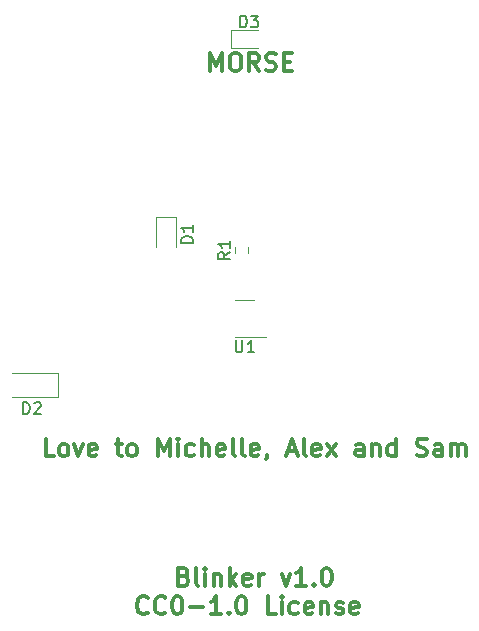
<source format=gbr>
%TF.GenerationSoftware,KiCad,Pcbnew,(6.0.1)*%
%TF.CreationDate,2022-01-27T12:03:53+10:00*%
%TF.ProjectId,blinker,626c696e-6b65-4722-9e6b-696361645f70,rev?*%
%TF.SameCoordinates,Original*%
%TF.FileFunction,Legend,Top*%
%TF.FilePolarity,Positive*%
%FSLAX46Y46*%
G04 Gerber Fmt 4.6, Leading zero omitted, Abs format (unit mm)*
G04 Created by KiCad (PCBNEW (6.0.1)) date 2022-01-27 12:03:53*
%MOMM*%
%LPD*%
G01*
G04 APERTURE LIST*
%ADD10C,0.300000*%
%ADD11C,0.150000*%
%ADD12C,0.120000*%
G04 APERTURE END LIST*
D10*
X159605714Y-121705357D02*
X159820000Y-121776785D01*
X159891428Y-121848214D01*
X159962857Y-121991071D01*
X159962857Y-122205357D01*
X159891428Y-122348214D01*
X159820000Y-122419642D01*
X159677142Y-122491071D01*
X159105714Y-122491071D01*
X159105714Y-120991071D01*
X159605714Y-120991071D01*
X159748571Y-121062500D01*
X159820000Y-121133928D01*
X159891428Y-121276785D01*
X159891428Y-121419642D01*
X159820000Y-121562500D01*
X159748571Y-121633928D01*
X159605714Y-121705357D01*
X159105714Y-121705357D01*
X160820000Y-122491071D02*
X160677142Y-122419642D01*
X160605714Y-122276785D01*
X160605714Y-120991071D01*
X161391428Y-122491071D02*
X161391428Y-121491071D01*
X161391428Y-120991071D02*
X161320000Y-121062500D01*
X161391428Y-121133928D01*
X161462857Y-121062500D01*
X161391428Y-120991071D01*
X161391428Y-121133928D01*
X162105714Y-121491071D02*
X162105714Y-122491071D01*
X162105714Y-121633928D02*
X162177142Y-121562500D01*
X162320000Y-121491071D01*
X162534285Y-121491071D01*
X162677142Y-121562500D01*
X162748571Y-121705357D01*
X162748571Y-122491071D01*
X163462857Y-122491071D02*
X163462857Y-120991071D01*
X163605714Y-121919642D02*
X164034285Y-122491071D01*
X164034285Y-121491071D02*
X163462857Y-122062500D01*
X165248571Y-122419642D02*
X165105714Y-122491071D01*
X164820000Y-122491071D01*
X164677142Y-122419642D01*
X164605714Y-122276785D01*
X164605714Y-121705357D01*
X164677142Y-121562500D01*
X164820000Y-121491071D01*
X165105714Y-121491071D01*
X165248571Y-121562500D01*
X165320000Y-121705357D01*
X165320000Y-121848214D01*
X164605714Y-121991071D01*
X165962857Y-122491071D02*
X165962857Y-121491071D01*
X165962857Y-121776785D02*
X166034285Y-121633928D01*
X166105714Y-121562500D01*
X166248571Y-121491071D01*
X166391428Y-121491071D01*
X167891428Y-121491071D02*
X168248571Y-122491071D01*
X168605714Y-121491071D01*
X169962857Y-122491071D02*
X169105714Y-122491071D01*
X169534285Y-122491071D02*
X169534285Y-120991071D01*
X169391428Y-121205357D01*
X169248571Y-121348214D01*
X169105714Y-121419642D01*
X170605714Y-122348214D02*
X170677142Y-122419642D01*
X170605714Y-122491071D01*
X170534285Y-122419642D01*
X170605714Y-122348214D01*
X170605714Y-122491071D01*
X171605714Y-120991071D02*
X171748571Y-120991071D01*
X171891428Y-121062500D01*
X171962857Y-121133928D01*
X172034285Y-121276785D01*
X172105714Y-121562500D01*
X172105714Y-121919642D01*
X172034285Y-122205357D01*
X171962857Y-122348214D01*
X171891428Y-122419642D01*
X171748571Y-122491071D01*
X171605714Y-122491071D01*
X171462857Y-122419642D01*
X171391428Y-122348214D01*
X171320000Y-122205357D01*
X171248571Y-121919642D01*
X171248571Y-121562500D01*
X171320000Y-121276785D01*
X171391428Y-121133928D01*
X171462857Y-121062500D01*
X171605714Y-120991071D01*
X156534285Y-124763214D02*
X156462857Y-124834642D01*
X156248571Y-124906071D01*
X156105714Y-124906071D01*
X155891428Y-124834642D01*
X155748571Y-124691785D01*
X155677142Y-124548928D01*
X155605714Y-124263214D01*
X155605714Y-124048928D01*
X155677142Y-123763214D01*
X155748571Y-123620357D01*
X155891428Y-123477500D01*
X156105714Y-123406071D01*
X156248571Y-123406071D01*
X156462857Y-123477500D01*
X156534285Y-123548928D01*
X158034285Y-124763214D02*
X157962857Y-124834642D01*
X157748571Y-124906071D01*
X157605714Y-124906071D01*
X157391428Y-124834642D01*
X157248571Y-124691785D01*
X157177142Y-124548928D01*
X157105714Y-124263214D01*
X157105714Y-124048928D01*
X157177142Y-123763214D01*
X157248571Y-123620357D01*
X157391428Y-123477500D01*
X157605714Y-123406071D01*
X157748571Y-123406071D01*
X157962857Y-123477500D01*
X158034285Y-123548928D01*
X158962857Y-123406071D02*
X159105714Y-123406071D01*
X159248571Y-123477500D01*
X159320000Y-123548928D01*
X159391428Y-123691785D01*
X159462857Y-123977500D01*
X159462857Y-124334642D01*
X159391428Y-124620357D01*
X159320000Y-124763214D01*
X159248571Y-124834642D01*
X159105714Y-124906071D01*
X158962857Y-124906071D01*
X158820000Y-124834642D01*
X158748571Y-124763214D01*
X158677142Y-124620357D01*
X158605714Y-124334642D01*
X158605714Y-123977500D01*
X158677142Y-123691785D01*
X158748571Y-123548928D01*
X158820000Y-123477500D01*
X158962857Y-123406071D01*
X160105714Y-124334642D02*
X161248571Y-124334642D01*
X162748571Y-124906071D02*
X161891428Y-124906071D01*
X162320000Y-124906071D02*
X162320000Y-123406071D01*
X162177142Y-123620357D01*
X162034285Y-123763214D01*
X161891428Y-123834642D01*
X163391428Y-124763214D02*
X163462857Y-124834642D01*
X163391428Y-124906071D01*
X163320000Y-124834642D01*
X163391428Y-124763214D01*
X163391428Y-124906071D01*
X164391428Y-123406071D02*
X164534285Y-123406071D01*
X164677142Y-123477500D01*
X164748571Y-123548928D01*
X164820000Y-123691785D01*
X164891428Y-123977500D01*
X164891428Y-124334642D01*
X164820000Y-124620357D01*
X164748571Y-124763214D01*
X164677142Y-124834642D01*
X164534285Y-124906071D01*
X164391428Y-124906071D01*
X164248571Y-124834642D01*
X164177142Y-124763214D01*
X164105714Y-124620357D01*
X164034285Y-124334642D01*
X164034285Y-123977500D01*
X164105714Y-123691785D01*
X164177142Y-123548928D01*
X164248571Y-123477500D01*
X164391428Y-123406071D01*
X167391428Y-124906071D02*
X166677142Y-124906071D01*
X166677142Y-123406071D01*
X167891428Y-124906071D02*
X167891428Y-123906071D01*
X167891428Y-123406071D02*
X167820000Y-123477500D01*
X167891428Y-123548928D01*
X167962857Y-123477500D01*
X167891428Y-123406071D01*
X167891428Y-123548928D01*
X169248571Y-124834642D02*
X169105714Y-124906071D01*
X168820000Y-124906071D01*
X168677142Y-124834642D01*
X168605714Y-124763214D01*
X168534285Y-124620357D01*
X168534285Y-124191785D01*
X168605714Y-124048928D01*
X168677142Y-123977500D01*
X168820000Y-123906071D01*
X169105714Y-123906071D01*
X169248571Y-123977500D01*
X170462857Y-124834642D02*
X170320000Y-124906071D01*
X170034285Y-124906071D01*
X169891428Y-124834642D01*
X169820000Y-124691785D01*
X169820000Y-124120357D01*
X169891428Y-123977500D01*
X170034285Y-123906071D01*
X170320000Y-123906071D01*
X170462857Y-123977500D01*
X170534285Y-124120357D01*
X170534285Y-124263214D01*
X169820000Y-124406071D01*
X171177142Y-123906071D02*
X171177142Y-124906071D01*
X171177142Y-124048928D02*
X171248571Y-123977500D01*
X171391428Y-123906071D01*
X171605714Y-123906071D01*
X171748571Y-123977500D01*
X171820000Y-124120357D01*
X171820000Y-124906071D01*
X172462857Y-124834642D02*
X172605714Y-124906071D01*
X172891428Y-124906071D01*
X173034285Y-124834642D01*
X173105714Y-124691785D01*
X173105714Y-124620357D01*
X173034285Y-124477500D01*
X172891428Y-124406071D01*
X172677142Y-124406071D01*
X172534285Y-124334642D01*
X172462857Y-124191785D01*
X172462857Y-124120357D01*
X172534285Y-123977500D01*
X172677142Y-123906071D01*
X172891428Y-123906071D01*
X173034285Y-123977500D01*
X174320000Y-124834642D02*
X174177142Y-124906071D01*
X173891428Y-124906071D01*
X173748571Y-124834642D01*
X173677142Y-124691785D01*
X173677142Y-124120357D01*
X173748571Y-123977500D01*
X173891428Y-123906071D01*
X174177142Y-123906071D01*
X174320000Y-123977500D01*
X174391428Y-124120357D01*
X174391428Y-124263214D01*
X173677142Y-124406071D01*
X148598571Y-111538571D02*
X147884285Y-111538571D01*
X147884285Y-110038571D01*
X149312857Y-111538571D02*
X149170000Y-111467142D01*
X149098571Y-111395714D01*
X149027142Y-111252857D01*
X149027142Y-110824285D01*
X149098571Y-110681428D01*
X149170000Y-110610000D01*
X149312857Y-110538571D01*
X149527142Y-110538571D01*
X149670000Y-110610000D01*
X149741428Y-110681428D01*
X149812857Y-110824285D01*
X149812857Y-111252857D01*
X149741428Y-111395714D01*
X149670000Y-111467142D01*
X149527142Y-111538571D01*
X149312857Y-111538571D01*
X150312857Y-110538571D02*
X150670000Y-111538571D01*
X151027142Y-110538571D01*
X152170000Y-111467142D02*
X152027142Y-111538571D01*
X151741428Y-111538571D01*
X151598571Y-111467142D01*
X151527142Y-111324285D01*
X151527142Y-110752857D01*
X151598571Y-110610000D01*
X151741428Y-110538571D01*
X152027142Y-110538571D01*
X152170000Y-110610000D01*
X152241428Y-110752857D01*
X152241428Y-110895714D01*
X151527142Y-111038571D01*
X153812857Y-110538571D02*
X154384285Y-110538571D01*
X154027142Y-110038571D02*
X154027142Y-111324285D01*
X154098571Y-111467142D01*
X154241428Y-111538571D01*
X154384285Y-111538571D01*
X155098571Y-111538571D02*
X154955714Y-111467142D01*
X154884285Y-111395714D01*
X154812857Y-111252857D01*
X154812857Y-110824285D01*
X154884285Y-110681428D01*
X154955714Y-110610000D01*
X155098571Y-110538571D01*
X155312857Y-110538571D01*
X155455714Y-110610000D01*
X155527142Y-110681428D01*
X155598571Y-110824285D01*
X155598571Y-111252857D01*
X155527142Y-111395714D01*
X155455714Y-111467142D01*
X155312857Y-111538571D01*
X155098571Y-111538571D01*
X157384285Y-111538571D02*
X157384285Y-110038571D01*
X157884285Y-111110000D01*
X158384285Y-110038571D01*
X158384285Y-111538571D01*
X159098571Y-111538571D02*
X159098571Y-110538571D01*
X159098571Y-110038571D02*
X159027142Y-110110000D01*
X159098571Y-110181428D01*
X159170000Y-110110000D01*
X159098571Y-110038571D01*
X159098571Y-110181428D01*
X160455714Y-111467142D02*
X160312857Y-111538571D01*
X160027142Y-111538571D01*
X159884285Y-111467142D01*
X159812857Y-111395714D01*
X159741428Y-111252857D01*
X159741428Y-110824285D01*
X159812857Y-110681428D01*
X159884285Y-110610000D01*
X160027142Y-110538571D01*
X160312857Y-110538571D01*
X160455714Y-110610000D01*
X161098571Y-111538571D02*
X161098571Y-110038571D01*
X161741428Y-111538571D02*
X161741428Y-110752857D01*
X161670000Y-110610000D01*
X161527142Y-110538571D01*
X161312857Y-110538571D01*
X161170000Y-110610000D01*
X161098571Y-110681428D01*
X163027142Y-111467142D02*
X162884285Y-111538571D01*
X162598571Y-111538571D01*
X162455714Y-111467142D01*
X162384285Y-111324285D01*
X162384285Y-110752857D01*
X162455714Y-110610000D01*
X162598571Y-110538571D01*
X162884285Y-110538571D01*
X163027142Y-110610000D01*
X163098571Y-110752857D01*
X163098571Y-110895714D01*
X162384285Y-111038571D01*
X163955714Y-111538571D02*
X163812857Y-111467142D01*
X163741428Y-111324285D01*
X163741428Y-110038571D01*
X164741428Y-111538571D02*
X164598571Y-111467142D01*
X164527142Y-111324285D01*
X164527142Y-110038571D01*
X165884285Y-111467142D02*
X165741428Y-111538571D01*
X165455714Y-111538571D01*
X165312857Y-111467142D01*
X165241428Y-111324285D01*
X165241428Y-110752857D01*
X165312857Y-110610000D01*
X165455714Y-110538571D01*
X165741428Y-110538571D01*
X165884285Y-110610000D01*
X165955714Y-110752857D01*
X165955714Y-110895714D01*
X165241428Y-111038571D01*
X166670000Y-111467142D02*
X166670000Y-111538571D01*
X166598571Y-111681428D01*
X166527142Y-111752857D01*
X168384285Y-111110000D02*
X169098571Y-111110000D01*
X168241428Y-111538571D02*
X168741428Y-110038571D01*
X169241428Y-111538571D01*
X169955714Y-111538571D02*
X169812857Y-111467142D01*
X169741428Y-111324285D01*
X169741428Y-110038571D01*
X171098571Y-111467142D02*
X170955714Y-111538571D01*
X170670000Y-111538571D01*
X170527142Y-111467142D01*
X170455714Y-111324285D01*
X170455714Y-110752857D01*
X170527142Y-110610000D01*
X170670000Y-110538571D01*
X170955714Y-110538571D01*
X171098571Y-110610000D01*
X171170000Y-110752857D01*
X171170000Y-110895714D01*
X170455714Y-111038571D01*
X171670000Y-111538571D02*
X172455714Y-110538571D01*
X171670000Y-110538571D02*
X172455714Y-111538571D01*
X174812857Y-111538571D02*
X174812857Y-110752857D01*
X174741428Y-110610000D01*
X174598571Y-110538571D01*
X174312857Y-110538571D01*
X174170000Y-110610000D01*
X174812857Y-111467142D02*
X174670000Y-111538571D01*
X174312857Y-111538571D01*
X174170000Y-111467142D01*
X174098571Y-111324285D01*
X174098571Y-111181428D01*
X174170000Y-111038571D01*
X174312857Y-110967142D01*
X174670000Y-110967142D01*
X174812857Y-110895714D01*
X175527142Y-110538571D02*
X175527142Y-111538571D01*
X175527142Y-110681428D02*
X175598571Y-110610000D01*
X175741428Y-110538571D01*
X175955714Y-110538571D01*
X176098571Y-110610000D01*
X176170000Y-110752857D01*
X176170000Y-111538571D01*
X177527142Y-111538571D02*
X177527142Y-110038571D01*
X177527142Y-111467142D02*
X177384285Y-111538571D01*
X177098571Y-111538571D01*
X176955714Y-111467142D01*
X176884285Y-111395714D01*
X176812857Y-111252857D01*
X176812857Y-110824285D01*
X176884285Y-110681428D01*
X176955714Y-110610000D01*
X177098571Y-110538571D01*
X177384285Y-110538571D01*
X177527142Y-110610000D01*
X179312857Y-111467142D02*
X179527142Y-111538571D01*
X179884285Y-111538571D01*
X180027142Y-111467142D01*
X180098571Y-111395714D01*
X180170000Y-111252857D01*
X180170000Y-111110000D01*
X180098571Y-110967142D01*
X180027142Y-110895714D01*
X179884285Y-110824285D01*
X179598571Y-110752857D01*
X179455714Y-110681428D01*
X179384285Y-110610000D01*
X179312857Y-110467142D01*
X179312857Y-110324285D01*
X179384285Y-110181428D01*
X179455714Y-110110000D01*
X179598571Y-110038571D01*
X179955714Y-110038571D01*
X180170000Y-110110000D01*
X181455714Y-111538571D02*
X181455714Y-110752857D01*
X181384285Y-110610000D01*
X181241428Y-110538571D01*
X180955714Y-110538571D01*
X180812857Y-110610000D01*
X181455714Y-111467142D02*
X181312857Y-111538571D01*
X180955714Y-111538571D01*
X180812857Y-111467142D01*
X180741428Y-111324285D01*
X180741428Y-111181428D01*
X180812857Y-111038571D01*
X180955714Y-110967142D01*
X181312857Y-110967142D01*
X181455714Y-110895714D01*
X182170000Y-111538571D02*
X182170000Y-110538571D01*
X182170000Y-110681428D02*
X182241428Y-110610000D01*
X182384285Y-110538571D01*
X182598571Y-110538571D01*
X182741428Y-110610000D01*
X182812857Y-110752857D01*
X182812857Y-111538571D01*
X182812857Y-110752857D02*
X182884285Y-110610000D01*
X183027142Y-110538571D01*
X183241428Y-110538571D01*
X183384285Y-110610000D01*
X183455714Y-110752857D01*
X183455714Y-111538571D01*
X161821428Y-78898571D02*
X161821428Y-77398571D01*
X162321428Y-78470000D01*
X162821428Y-77398571D01*
X162821428Y-78898571D01*
X163821428Y-77398571D02*
X164107142Y-77398571D01*
X164250000Y-77470000D01*
X164392857Y-77612857D01*
X164464285Y-77898571D01*
X164464285Y-78398571D01*
X164392857Y-78684285D01*
X164250000Y-78827142D01*
X164107142Y-78898571D01*
X163821428Y-78898571D01*
X163678571Y-78827142D01*
X163535714Y-78684285D01*
X163464285Y-78398571D01*
X163464285Y-77898571D01*
X163535714Y-77612857D01*
X163678571Y-77470000D01*
X163821428Y-77398571D01*
X165964285Y-78898571D02*
X165464285Y-78184285D01*
X165107142Y-78898571D02*
X165107142Y-77398571D01*
X165678571Y-77398571D01*
X165821428Y-77470000D01*
X165892857Y-77541428D01*
X165964285Y-77684285D01*
X165964285Y-77898571D01*
X165892857Y-78041428D01*
X165821428Y-78112857D01*
X165678571Y-78184285D01*
X165107142Y-78184285D01*
X166535714Y-78827142D02*
X166750000Y-78898571D01*
X167107142Y-78898571D01*
X167250000Y-78827142D01*
X167321428Y-78755714D01*
X167392857Y-78612857D01*
X167392857Y-78470000D01*
X167321428Y-78327142D01*
X167250000Y-78255714D01*
X167107142Y-78184285D01*
X166821428Y-78112857D01*
X166678571Y-78041428D01*
X166607142Y-77970000D01*
X166535714Y-77827142D01*
X166535714Y-77684285D01*
X166607142Y-77541428D01*
X166678571Y-77470000D01*
X166821428Y-77398571D01*
X167178571Y-77398571D01*
X167392857Y-77470000D01*
X168035714Y-78112857D02*
X168535714Y-78112857D01*
X168750000Y-78898571D02*
X168035714Y-78898571D01*
X168035714Y-77398571D01*
X168750000Y-77398571D01*
D11*
%TO.C,D3*%
X164361904Y-75222380D02*
X164361904Y-74222380D01*
X164600000Y-74222380D01*
X164742857Y-74270000D01*
X164838095Y-74365238D01*
X164885714Y-74460476D01*
X164933333Y-74650952D01*
X164933333Y-74793809D01*
X164885714Y-74984285D01*
X164838095Y-75079523D01*
X164742857Y-75174761D01*
X164600000Y-75222380D01*
X164361904Y-75222380D01*
X165266666Y-74222380D02*
X165885714Y-74222380D01*
X165552380Y-74603333D01*
X165695238Y-74603333D01*
X165790476Y-74650952D01*
X165838095Y-74698571D01*
X165885714Y-74793809D01*
X165885714Y-75031904D01*
X165838095Y-75127142D01*
X165790476Y-75174761D01*
X165695238Y-75222380D01*
X165409523Y-75222380D01*
X165314285Y-75174761D01*
X165266666Y-75127142D01*
%TO.C,D2*%
X145961904Y-107972380D02*
X145961904Y-106972380D01*
X146200000Y-106972380D01*
X146342857Y-107020000D01*
X146438095Y-107115238D01*
X146485714Y-107210476D01*
X146533333Y-107400952D01*
X146533333Y-107543809D01*
X146485714Y-107734285D01*
X146438095Y-107829523D01*
X146342857Y-107924761D01*
X146200000Y-107972380D01*
X145961904Y-107972380D01*
X146914285Y-107067619D02*
X146961904Y-107020000D01*
X147057142Y-106972380D01*
X147295238Y-106972380D01*
X147390476Y-107020000D01*
X147438095Y-107067619D01*
X147485714Y-107162857D01*
X147485714Y-107258095D01*
X147438095Y-107400952D01*
X146866666Y-107972380D01*
X147485714Y-107972380D01*
%TO.C,R1*%
X163507380Y-94246666D02*
X163031190Y-94580000D01*
X163507380Y-94818095D02*
X162507380Y-94818095D01*
X162507380Y-94437142D01*
X162555000Y-94341904D01*
X162602619Y-94294285D01*
X162697857Y-94246666D01*
X162840714Y-94246666D01*
X162935952Y-94294285D01*
X162983571Y-94341904D01*
X163031190Y-94437142D01*
X163031190Y-94818095D01*
X163507380Y-93294285D02*
X163507380Y-93865714D01*
X163507380Y-93580000D02*
X162507380Y-93580000D01*
X162650238Y-93675238D01*
X162745476Y-93770476D01*
X162793095Y-93865714D01*
%TO.C,D1*%
X160352380Y-93478095D02*
X159352380Y-93478095D01*
X159352380Y-93240000D01*
X159400000Y-93097142D01*
X159495238Y-93001904D01*
X159590476Y-92954285D01*
X159780952Y-92906666D01*
X159923809Y-92906666D01*
X160114285Y-92954285D01*
X160209523Y-93001904D01*
X160304761Y-93097142D01*
X160352380Y-93240000D01*
X160352380Y-93478095D01*
X160352380Y-91954285D02*
X160352380Y-92525714D01*
X160352380Y-92240000D02*
X159352380Y-92240000D01*
X159495238Y-92335238D01*
X159590476Y-92430476D01*
X159638095Y-92525714D01*
%TO.C,U1*%
X163980595Y-101722380D02*
X163980595Y-102531904D01*
X164028214Y-102627142D01*
X164075833Y-102674761D01*
X164171071Y-102722380D01*
X164361547Y-102722380D01*
X164456785Y-102674761D01*
X164504404Y-102627142D01*
X164552023Y-102531904D01*
X164552023Y-101722380D01*
X165552023Y-102722380D02*
X164980595Y-102722380D01*
X165266309Y-102722380D02*
X165266309Y-101722380D01*
X165171071Y-101865238D01*
X165075833Y-101960476D01*
X164980595Y-102008095D01*
D12*
%TO.C,D3*%
X163615000Y-76935000D02*
X165900000Y-76935000D01*
X163615000Y-75465000D02*
X163615000Y-76935000D01*
X165900000Y-75465000D02*
X163615000Y-75465000D01*
%TO.C,D2*%
X148950000Y-106520000D02*
X145050000Y-106520000D01*
X148950000Y-106520000D02*
X148950000Y-104520000D01*
X148950000Y-104520000D02*
X145050000Y-104520000D01*
%TO.C,R1*%
X163962500Y-94317258D02*
X163962500Y-93842742D01*
X165007500Y-94317258D02*
X165007500Y-93842742D01*
%TO.C,D1*%
X157200000Y-91240000D02*
X157200000Y-93790000D01*
X158900000Y-91240000D02*
X157200000Y-91240000D01*
X158900000Y-91240000D02*
X158900000Y-93790000D01*
%TO.C,U1*%
X164742500Y-98310000D02*
X163942500Y-98310000D01*
X164742500Y-101430000D02*
X163942500Y-101430000D01*
X164742500Y-101430000D02*
X166542500Y-101430000D01*
X164742500Y-98310000D02*
X165542500Y-98310000D01*
%TD*%
M02*

</source>
